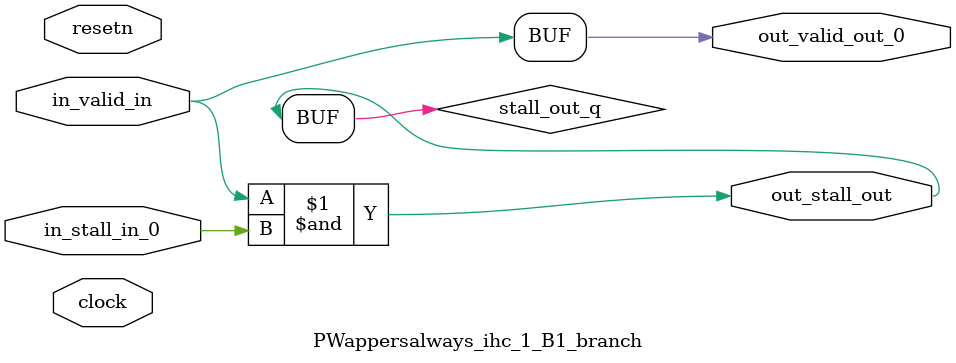
<source format=sv>



(* altera_attribute = "-name AUTO_SHIFT_REGISTER_RECOGNITION OFF; -name MESSAGE_DISABLE 10036; -name MESSAGE_DISABLE 10037; -name MESSAGE_DISABLE 14130; -name MESSAGE_DISABLE 14320; -name MESSAGE_DISABLE 15400; -name MESSAGE_DISABLE 14130; -name MESSAGE_DISABLE 10036; -name MESSAGE_DISABLE 12020; -name MESSAGE_DISABLE 12030; -name MESSAGE_DISABLE 12010; -name MESSAGE_DISABLE 12110; -name MESSAGE_DISABLE 14320; -name MESSAGE_DISABLE 13410; -name MESSAGE_DISABLE 113007; -name MESSAGE_DISABLE 10958" *)
module PWappersalways_ihc_1_B1_branch (
    input wire [0:0] in_stall_in_0,
    input wire [0:0] in_valid_in,
    output wire [0:0] out_stall_out,
    output wire [0:0] out_valid_out_0,
    input wire clock,
    input wire resetn
    );

    wire [0:0] stall_out_q;


    // stall_out(LOGICAL,6)
    assign stall_out_q = in_valid_in & in_stall_in_0;

    // out_stall_out(GPOUT,4)
    assign out_stall_out = stall_out_q;

    // out_valid_out_0(GPOUT,5)
    assign out_valid_out_0 = in_valid_in;

endmodule

</source>
